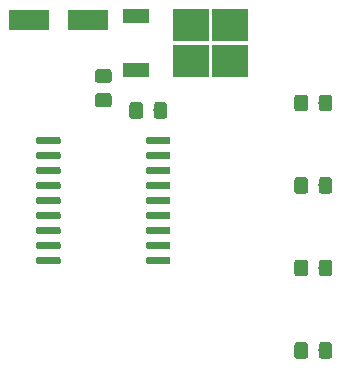
<source format=gbr>
G04 #@! TF.GenerationSoftware,KiCad,Pcbnew,(5.1.0-1195-gcea9cd417)*
G04 #@! TF.CreationDate,2019-08-04T23:05:19-07:00*
G04 #@! TF.ProjectId,URanger,5552616e-6765-4722-9e6b-696361645f70,n/c*
G04 #@! TF.SameCoordinates,Original*
G04 #@! TF.FileFunction,Paste,Top*
G04 #@! TF.FilePolarity,Positive*
%FSLAX46Y46*%
G04 Gerber Fmt 4.6, Leading zero omitted, Abs format (unit mm)*
G04 Created by KiCad (PCBNEW (5.1.0-1195-gcea9cd417)) date 2019-08-04 23:05:19*
%MOMM*%
%LPD*%
G04 APERTURE LIST*
%ADD10R,3.050000X2.750000*%
%ADD11R,2.200000X1.200000*%
%ADD12C,0.100000*%
%ADD13C,0.600000*%
%ADD14R,3.500000X1.800000*%
%ADD15C,1.150000*%
G04 APERTURE END LIST*
D10*
X112820000Y-63120000D03*
X116170000Y-60070000D03*
X112820000Y-60070000D03*
X116170000Y-63120000D03*
D11*
X108195000Y-63875000D03*
X108195000Y-59315000D03*
D12*
G36*
X110992403Y-69561418D02*
G01*
X111041066Y-69593934D01*
X111073582Y-69642597D01*
X111085000Y-69700000D01*
X111085000Y-70000000D01*
X111073582Y-70057403D01*
X111041066Y-70106066D01*
X110992403Y-70138582D01*
X110935000Y-70150000D01*
X109185000Y-70150000D01*
X109127597Y-70138582D01*
X109078934Y-70106066D01*
X109046418Y-70057403D01*
X109035000Y-70000000D01*
X109035000Y-69700000D01*
X109046418Y-69642597D01*
X109078934Y-69593934D01*
X109127597Y-69561418D01*
X109185000Y-69550000D01*
X110935000Y-69550000D01*
X110992403Y-69561418D01*
X110992403Y-69561418D01*
G37*
D13*
X110060000Y-69850000D03*
D12*
G36*
X110992403Y-70831418D02*
G01*
X111041066Y-70863934D01*
X111073582Y-70912597D01*
X111085000Y-70970000D01*
X111085000Y-71270000D01*
X111073582Y-71327403D01*
X111041066Y-71376066D01*
X110992403Y-71408582D01*
X110935000Y-71420000D01*
X109185000Y-71420000D01*
X109127597Y-71408582D01*
X109078934Y-71376066D01*
X109046418Y-71327403D01*
X109035000Y-71270000D01*
X109035000Y-70970000D01*
X109046418Y-70912597D01*
X109078934Y-70863934D01*
X109127597Y-70831418D01*
X109185000Y-70820000D01*
X110935000Y-70820000D01*
X110992403Y-70831418D01*
X110992403Y-70831418D01*
G37*
D13*
X110060000Y-71120000D03*
D12*
G36*
X110992403Y-72101418D02*
G01*
X111041066Y-72133934D01*
X111073582Y-72182597D01*
X111085000Y-72240000D01*
X111085000Y-72540000D01*
X111073582Y-72597403D01*
X111041066Y-72646066D01*
X110992403Y-72678582D01*
X110935000Y-72690000D01*
X109185000Y-72690000D01*
X109127597Y-72678582D01*
X109078934Y-72646066D01*
X109046418Y-72597403D01*
X109035000Y-72540000D01*
X109035000Y-72240000D01*
X109046418Y-72182597D01*
X109078934Y-72133934D01*
X109127597Y-72101418D01*
X109185000Y-72090000D01*
X110935000Y-72090000D01*
X110992403Y-72101418D01*
X110992403Y-72101418D01*
G37*
D13*
X110060000Y-72390000D03*
D12*
G36*
X110992403Y-73371418D02*
G01*
X111041066Y-73403934D01*
X111073582Y-73452597D01*
X111085000Y-73510000D01*
X111085000Y-73810000D01*
X111073582Y-73867403D01*
X111041066Y-73916066D01*
X110992403Y-73948582D01*
X110935000Y-73960000D01*
X109185000Y-73960000D01*
X109127597Y-73948582D01*
X109078934Y-73916066D01*
X109046418Y-73867403D01*
X109035000Y-73810000D01*
X109035000Y-73510000D01*
X109046418Y-73452597D01*
X109078934Y-73403934D01*
X109127597Y-73371418D01*
X109185000Y-73360000D01*
X110935000Y-73360000D01*
X110992403Y-73371418D01*
X110992403Y-73371418D01*
G37*
D13*
X110060000Y-73660000D03*
D12*
G36*
X110992403Y-74641418D02*
G01*
X111041066Y-74673934D01*
X111073582Y-74722597D01*
X111085000Y-74780000D01*
X111085000Y-75080000D01*
X111073582Y-75137403D01*
X111041066Y-75186066D01*
X110992403Y-75218582D01*
X110935000Y-75230000D01*
X109185000Y-75230000D01*
X109127597Y-75218582D01*
X109078934Y-75186066D01*
X109046418Y-75137403D01*
X109035000Y-75080000D01*
X109035000Y-74780000D01*
X109046418Y-74722597D01*
X109078934Y-74673934D01*
X109127597Y-74641418D01*
X109185000Y-74630000D01*
X110935000Y-74630000D01*
X110992403Y-74641418D01*
X110992403Y-74641418D01*
G37*
D13*
X110060000Y-74930000D03*
D12*
G36*
X110992403Y-75911418D02*
G01*
X111041066Y-75943934D01*
X111073582Y-75992597D01*
X111085000Y-76050000D01*
X111085000Y-76350000D01*
X111073582Y-76407403D01*
X111041066Y-76456066D01*
X110992403Y-76488582D01*
X110935000Y-76500000D01*
X109185000Y-76500000D01*
X109127597Y-76488582D01*
X109078934Y-76456066D01*
X109046418Y-76407403D01*
X109035000Y-76350000D01*
X109035000Y-76050000D01*
X109046418Y-75992597D01*
X109078934Y-75943934D01*
X109127597Y-75911418D01*
X109185000Y-75900000D01*
X110935000Y-75900000D01*
X110992403Y-75911418D01*
X110992403Y-75911418D01*
G37*
D13*
X110060000Y-76200000D03*
D12*
G36*
X110992403Y-77181418D02*
G01*
X111041066Y-77213934D01*
X111073582Y-77262597D01*
X111085000Y-77320000D01*
X111085000Y-77620000D01*
X111073582Y-77677403D01*
X111041066Y-77726066D01*
X110992403Y-77758582D01*
X110935000Y-77770000D01*
X109185000Y-77770000D01*
X109127597Y-77758582D01*
X109078934Y-77726066D01*
X109046418Y-77677403D01*
X109035000Y-77620000D01*
X109035000Y-77320000D01*
X109046418Y-77262597D01*
X109078934Y-77213934D01*
X109127597Y-77181418D01*
X109185000Y-77170000D01*
X110935000Y-77170000D01*
X110992403Y-77181418D01*
X110992403Y-77181418D01*
G37*
D13*
X110060000Y-77470000D03*
D12*
G36*
X110992403Y-78451418D02*
G01*
X111041066Y-78483934D01*
X111073582Y-78532597D01*
X111085000Y-78590000D01*
X111085000Y-78890000D01*
X111073582Y-78947403D01*
X111041066Y-78996066D01*
X110992403Y-79028582D01*
X110935000Y-79040000D01*
X109185000Y-79040000D01*
X109127597Y-79028582D01*
X109078934Y-78996066D01*
X109046418Y-78947403D01*
X109035000Y-78890000D01*
X109035000Y-78590000D01*
X109046418Y-78532597D01*
X109078934Y-78483934D01*
X109127597Y-78451418D01*
X109185000Y-78440000D01*
X110935000Y-78440000D01*
X110992403Y-78451418D01*
X110992403Y-78451418D01*
G37*
D13*
X110060000Y-78740000D03*
D12*
G36*
X110992403Y-79721418D02*
G01*
X111041066Y-79753934D01*
X111073582Y-79802597D01*
X111085000Y-79860000D01*
X111085000Y-80160000D01*
X111073582Y-80217403D01*
X111041066Y-80266066D01*
X110992403Y-80298582D01*
X110935000Y-80310000D01*
X109185000Y-80310000D01*
X109127597Y-80298582D01*
X109078934Y-80266066D01*
X109046418Y-80217403D01*
X109035000Y-80160000D01*
X109035000Y-79860000D01*
X109046418Y-79802597D01*
X109078934Y-79753934D01*
X109127597Y-79721418D01*
X109185000Y-79710000D01*
X110935000Y-79710000D01*
X110992403Y-79721418D01*
X110992403Y-79721418D01*
G37*
D13*
X110060000Y-80010000D03*
D12*
G36*
X101692403Y-79721418D02*
G01*
X101741066Y-79753934D01*
X101773582Y-79802597D01*
X101785000Y-79860000D01*
X101785000Y-80160000D01*
X101773582Y-80217403D01*
X101741066Y-80266066D01*
X101692403Y-80298582D01*
X101635000Y-80310000D01*
X99885000Y-80310000D01*
X99827597Y-80298582D01*
X99778934Y-80266066D01*
X99746418Y-80217403D01*
X99735000Y-80160000D01*
X99735000Y-79860000D01*
X99746418Y-79802597D01*
X99778934Y-79753934D01*
X99827597Y-79721418D01*
X99885000Y-79710000D01*
X101635000Y-79710000D01*
X101692403Y-79721418D01*
X101692403Y-79721418D01*
G37*
D13*
X100760000Y-80010000D03*
D12*
G36*
X101692403Y-78451418D02*
G01*
X101741066Y-78483934D01*
X101773582Y-78532597D01*
X101785000Y-78590000D01*
X101785000Y-78890000D01*
X101773582Y-78947403D01*
X101741066Y-78996066D01*
X101692403Y-79028582D01*
X101635000Y-79040000D01*
X99885000Y-79040000D01*
X99827597Y-79028582D01*
X99778934Y-78996066D01*
X99746418Y-78947403D01*
X99735000Y-78890000D01*
X99735000Y-78590000D01*
X99746418Y-78532597D01*
X99778934Y-78483934D01*
X99827597Y-78451418D01*
X99885000Y-78440000D01*
X101635000Y-78440000D01*
X101692403Y-78451418D01*
X101692403Y-78451418D01*
G37*
D13*
X100760000Y-78740000D03*
D12*
G36*
X101692403Y-77181418D02*
G01*
X101741066Y-77213934D01*
X101773582Y-77262597D01*
X101785000Y-77320000D01*
X101785000Y-77620000D01*
X101773582Y-77677403D01*
X101741066Y-77726066D01*
X101692403Y-77758582D01*
X101635000Y-77770000D01*
X99885000Y-77770000D01*
X99827597Y-77758582D01*
X99778934Y-77726066D01*
X99746418Y-77677403D01*
X99735000Y-77620000D01*
X99735000Y-77320000D01*
X99746418Y-77262597D01*
X99778934Y-77213934D01*
X99827597Y-77181418D01*
X99885000Y-77170000D01*
X101635000Y-77170000D01*
X101692403Y-77181418D01*
X101692403Y-77181418D01*
G37*
D13*
X100760000Y-77470000D03*
D12*
G36*
X101692403Y-75911418D02*
G01*
X101741066Y-75943934D01*
X101773582Y-75992597D01*
X101785000Y-76050000D01*
X101785000Y-76350000D01*
X101773582Y-76407403D01*
X101741066Y-76456066D01*
X101692403Y-76488582D01*
X101635000Y-76500000D01*
X99885000Y-76500000D01*
X99827597Y-76488582D01*
X99778934Y-76456066D01*
X99746418Y-76407403D01*
X99735000Y-76350000D01*
X99735000Y-76050000D01*
X99746418Y-75992597D01*
X99778934Y-75943934D01*
X99827597Y-75911418D01*
X99885000Y-75900000D01*
X101635000Y-75900000D01*
X101692403Y-75911418D01*
X101692403Y-75911418D01*
G37*
D13*
X100760000Y-76200000D03*
D12*
G36*
X101692403Y-74641418D02*
G01*
X101741066Y-74673934D01*
X101773582Y-74722597D01*
X101785000Y-74780000D01*
X101785000Y-75080000D01*
X101773582Y-75137403D01*
X101741066Y-75186066D01*
X101692403Y-75218582D01*
X101635000Y-75230000D01*
X99885000Y-75230000D01*
X99827597Y-75218582D01*
X99778934Y-75186066D01*
X99746418Y-75137403D01*
X99735000Y-75080000D01*
X99735000Y-74780000D01*
X99746418Y-74722597D01*
X99778934Y-74673934D01*
X99827597Y-74641418D01*
X99885000Y-74630000D01*
X101635000Y-74630000D01*
X101692403Y-74641418D01*
X101692403Y-74641418D01*
G37*
D13*
X100760000Y-74930000D03*
D12*
G36*
X101692403Y-73371418D02*
G01*
X101741066Y-73403934D01*
X101773582Y-73452597D01*
X101785000Y-73510000D01*
X101785000Y-73810000D01*
X101773582Y-73867403D01*
X101741066Y-73916066D01*
X101692403Y-73948582D01*
X101635000Y-73960000D01*
X99885000Y-73960000D01*
X99827597Y-73948582D01*
X99778934Y-73916066D01*
X99746418Y-73867403D01*
X99735000Y-73810000D01*
X99735000Y-73510000D01*
X99746418Y-73452597D01*
X99778934Y-73403934D01*
X99827597Y-73371418D01*
X99885000Y-73360000D01*
X101635000Y-73360000D01*
X101692403Y-73371418D01*
X101692403Y-73371418D01*
G37*
D13*
X100760000Y-73660000D03*
D12*
G36*
X101692403Y-72101418D02*
G01*
X101741066Y-72133934D01*
X101773582Y-72182597D01*
X101785000Y-72240000D01*
X101785000Y-72540000D01*
X101773582Y-72597403D01*
X101741066Y-72646066D01*
X101692403Y-72678582D01*
X101635000Y-72690000D01*
X99885000Y-72690000D01*
X99827597Y-72678582D01*
X99778934Y-72646066D01*
X99746418Y-72597403D01*
X99735000Y-72540000D01*
X99735000Y-72240000D01*
X99746418Y-72182597D01*
X99778934Y-72133934D01*
X99827597Y-72101418D01*
X99885000Y-72090000D01*
X101635000Y-72090000D01*
X101692403Y-72101418D01*
X101692403Y-72101418D01*
G37*
D13*
X100760000Y-72390000D03*
D12*
G36*
X101692403Y-70831418D02*
G01*
X101741066Y-70863934D01*
X101773582Y-70912597D01*
X101785000Y-70970000D01*
X101785000Y-71270000D01*
X101773582Y-71327403D01*
X101741066Y-71376066D01*
X101692403Y-71408582D01*
X101635000Y-71420000D01*
X99885000Y-71420000D01*
X99827597Y-71408582D01*
X99778934Y-71376066D01*
X99746418Y-71327403D01*
X99735000Y-71270000D01*
X99735000Y-70970000D01*
X99746418Y-70912597D01*
X99778934Y-70863934D01*
X99827597Y-70831418D01*
X99885000Y-70820000D01*
X101635000Y-70820000D01*
X101692403Y-70831418D01*
X101692403Y-70831418D01*
G37*
D13*
X100760000Y-71120000D03*
D12*
G36*
X101692403Y-69561418D02*
G01*
X101741066Y-69593934D01*
X101773582Y-69642597D01*
X101785000Y-69700000D01*
X101785000Y-70000000D01*
X101773582Y-70057403D01*
X101741066Y-70106066D01*
X101692403Y-70138582D01*
X101635000Y-70150000D01*
X99885000Y-70150000D01*
X99827597Y-70138582D01*
X99778934Y-70106066D01*
X99746418Y-70057403D01*
X99735000Y-70000000D01*
X99735000Y-69700000D01*
X99746418Y-69642597D01*
X99778934Y-69593934D01*
X99827597Y-69561418D01*
X99885000Y-69550000D01*
X101635000Y-69550000D01*
X101692403Y-69561418D01*
X101692403Y-69561418D01*
G37*
D13*
X100760000Y-69850000D03*
D14*
X99100000Y-59690000D03*
X104100000Y-59690000D03*
D12*
G36*
X122585671Y-86949030D02*
G01*
X122666777Y-87003223D01*
X122720970Y-87084329D01*
X122740000Y-87179999D01*
X122740000Y-88080001D01*
X122720970Y-88175671D01*
X122666777Y-88256777D01*
X122585671Y-88310970D01*
X122490001Y-88330000D01*
X121839999Y-88330000D01*
X121744329Y-88310970D01*
X121663223Y-88256777D01*
X121609030Y-88175671D01*
X121590000Y-88080001D01*
X121590000Y-87179999D01*
X121609030Y-87084329D01*
X121663223Y-87003223D01*
X121744329Y-86949030D01*
X121839999Y-86930000D01*
X122490001Y-86930000D01*
X122585671Y-86949030D01*
X122585671Y-86949030D01*
G37*
D15*
X122165000Y-87630000D03*
D12*
G36*
X124635671Y-86949030D02*
G01*
X124716777Y-87003223D01*
X124770970Y-87084329D01*
X124790000Y-87179999D01*
X124790000Y-88080001D01*
X124770970Y-88175671D01*
X124716777Y-88256777D01*
X124635671Y-88310970D01*
X124540001Y-88330000D01*
X123889999Y-88330000D01*
X123794329Y-88310970D01*
X123713223Y-88256777D01*
X123659030Y-88175671D01*
X123640000Y-88080001D01*
X123640000Y-87179999D01*
X123659030Y-87084329D01*
X123713223Y-87003223D01*
X123794329Y-86949030D01*
X123889999Y-86930000D01*
X124540001Y-86930000D01*
X124635671Y-86949030D01*
X124635671Y-86949030D01*
G37*
D15*
X124215000Y-87630000D03*
D12*
G36*
X122585671Y-79964030D02*
G01*
X122666777Y-80018223D01*
X122720970Y-80099329D01*
X122740000Y-80194999D01*
X122740000Y-81095001D01*
X122720970Y-81190671D01*
X122666777Y-81271777D01*
X122585671Y-81325970D01*
X122490001Y-81345000D01*
X121839999Y-81345000D01*
X121744329Y-81325970D01*
X121663223Y-81271777D01*
X121609030Y-81190671D01*
X121590000Y-81095001D01*
X121590000Y-80194999D01*
X121609030Y-80099329D01*
X121663223Y-80018223D01*
X121744329Y-79964030D01*
X121839999Y-79945000D01*
X122490001Y-79945000D01*
X122585671Y-79964030D01*
X122585671Y-79964030D01*
G37*
D15*
X122165000Y-80645000D03*
D12*
G36*
X124635671Y-79964030D02*
G01*
X124716777Y-80018223D01*
X124770970Y-80099329D01*
X124790000Y-80194999D01*
X124790000Y-81095001D01*
X124770970Y-81190671D01*
X124716777Y-81271777D01*
X124635671Y-81325970D01*
X124540001Y-81345000D01*
X123889999Y-81345000D01*
X123794329Y-81325970D01*
X123713223Y-81271777D01*
X123659030Y-81190671D01*
X123640000Y-81095001D01*
X123640000Y-80194999D01*
X123659030Y-80099329D01*
X123713223Y-80018223D01*
X123794329Y-79964030D01*
X123889999Y-79945000D01*
X124540001Y-79945000D01*
X124635671Y-79964030D01*
X124635671Y-79964030D01*
G37*
D15*
X124215000Y-80645000D03*
D12*
G36*
X122585671Y-72979030D02*
G01*
X122666777Y-73033223D01*
X122720970Y-73114329D01*
X122740000Y-73209999D01*
X122740000Y-74110001D01*
X122720970Y-74205671D01*
X122666777Y-74286777D01*
X122585671Y-74340970D01*
X122490001Y-74360000D01*
X121839999Y-74360000D01*
X121744329Y-74340970D01*
X121663223Y-74286777D01*
X121609030Y-74205671D01*
X121590000Y-74110001D01*
X121590000Y-73209999D01*
X121609030Y-73114329D01*
X121663223Y-73033223D01*
X121744329Y-72979030D01*
X121839999Y-72960000D01*
X122490001Y-72960000D01*
X122585671Y-72979030D01*
X122585671Y-72979030D01*
G37*
D15*
X122165000Y-73660000D03*
D12*
G36*
X124635671Y-72979030D02*
G01*
X124716777Y-73033223D01*
X124770970Y-73114329D01*
X124790000Y-73209999D01*
X124790000Y-74110001D01*
X124770970Y-74205671D01*
X124716777Y-74286777D01*
X124635671Y-74340970D01*
X124540001Y-74360000D01*
X123889999Y-74360000D01*
X123794329Y-74340970D01*
X123713223Y-74286777D01*
X123659030Y-74205671D01*
X123640000Y-74110001D01*
X123640000Y-73209999D01*
X123659030Y-73114329D01*
X123713223Y-73033223D01*
X123794329Y-72979030D01*
X123889999Y-72960000D01*
X124540001Y-72960000D01*
X124635671Y-72979030D01*
X124635671Y-72979030D01*
G37*
D15*
X124215000Y-73660000D03*
D12*
G36*
X122585671Y-65994030D02*
G01*
X122666777Y-66048223D01*
X122720970Y-66129329D01*
X122740000Y-66224999D01*
X122740000Y-67125001D01*
X122720970Y-67220671D01*
X122666777Y-67301777D01*
X122585671Y-67355970D01*
X122490001Y-67375000D01*
X121839999Y-67375000D01*
X121744329Y-67355970D01*
X121663223Y-67301777D01*
X121609030Y-67220671D01*
X121590000Y-67125001D01*
X121590000Y-66224999D01*
X121609030Y-66129329D01*
X121663223Y-66048223D01*
X121744329Y-65994030D01*
X121839999Y-65975000D01*
X122490001Y-65975000D01*
X122585671Y-65994030D01*
X122585671Y-65994030D01*
G37*
D15*
X122165000Y-66675000D03*
D12*
G36*
X124635671Y-65994030D02*
G01*
X124716777Y-66048223D01*
X124770970Y-66129329D01*
X124790000Y-66224999D01*
X124790000Y-67125001D01*
X124770970Y-67220671D01*
X124716777Y-67301777D01*
X124635671Y-67355970D01*
X124540001Y-67375000D01*
X123889999Y-67375000D01*
X123794329Y-67355970D01*
X123713223Y-67301777D01*
X123659030Y-67220671D01*
X123640000Y-67125001D01*
X123640000Y-66224999D01*
X123659030Y-66129329D01*
X123713223Y-66048223D01*
X123794329Y-65994030D01*
X123889999Y-65975000D01*
X124540001Y-65975000D01*
X124635671Y-65994030D01*
X124635671Y-65994030D01*
G37*
D15*
X124215000Y-66675000D03*
D12*
G36*
X110665671Y-66629030D02*
G01*
X110746777Y-66683223D01*
X110800970Y-66764329D01*
X110820000Y-66859999D01*
X110820000Y-67760001D01*
X110800970Y-67855671D01*
X110746777Y-67936777D01*
X110665671Y-67990970D01*
X110570001Y-68010000D01*
X109919999Y-68010000D01*
X109824329Y-67990970D01*
X109743223Y-67936777D01*
X109689030Y-67855671D01*
X109670000Y-67760001D01*
X109670000Y-66859999D01*
X109689030Y-66764329D01*
X109743223Y-66683223D01*
X109824329Y-66629030D01*
X109919999Y-66610000D01*
X110570001Y-66610000D01*
X110665671Y-66629030D01*
X110665671Y-66629030D01*
G37*
D15*
X110245000Y-67310000D03*
D12*
G36*
X108615671Y-66629030D02*
G01*
X108696777Y-66683223D01*
X108750970Y-66764329D01*
X108770000Y-66859999D01*
X108770000Y-67760001D01*
X108750970Y-67855671D01*
X108696777Y-67936777D01*
X108615671Y-67990970D01*
X108520001Y-68010000D01*
X107869999Y-68010000D01*
X107774329Y-67990970D01*
X107693223Y-67936777D01*
X107639030Y-67855671D01*
X107620000Y-67760001D01*
X107620000Y-66859999D01*
X107639030Y-66764329D01*
X107693223Y-66683223D01*
X107774329Y-66629030D01*
X107869999Y-66610000D01*
X108520001Y-66610000D01*
X108615671Y-66629030D01*
X108615671Y-66629030D01*
G37*
D15*
X108195000Y-67310000D03*
D12*
G36*
X105955671Y-65874030D02*
G01*
X106036777Y-65928223D01*
X106090970Y-66009329D01*
X106110000Y-66104999D01*
X106110000Y-66755001D01*
X106090970Y-66850671D01*
X106036777Y-66931777D01*
X105955671Y-66985970D01*
X105860001Y-67005000D01*
X104959999Y-67005000D01*
X104864329Y-66985970D01*
X104783223Y-66931777D01*
X104729030Y-66850671D01*
X104710000Y-66755001D01*
X104710000Y-66104999D01*
X104729030Y-66009329D01*
X104783223Y-65928223D01*
X104864329Y-65874030D01*
X104959999Y-65855000D01*
X105860001Y-65855000D01*
X105955671Y-65874030D01*
X105955671Y-65874030D01*
G37*
D15*
X105410000Y-66430000D03*
D12*
G36*
X105955671Y-63824030D02*
G01*
X106036777Y-63878223D01*
X106090970Y-63959329D01*
X106110000Y-64054999D01*
X106110000Y-64705001D01*
X106090970Y-64800671D01*
X106036777Y-64881777D01*
X105955671Y-64935970D01*
X105860001Y-64955000D01*
X104959999Y-64955000D01*
X104864329Y-64935970D01*
X104783223Y-64881777D01*
X104729030Y-64800671D01*
X104710000Y-64705001D01*
X104710000Y-64054999D01*
X104729030Y-63959329D01*
X104783223Y-63878223D01*
X104864329Y-63824030D01*
X104959999Y-63805000D01*
X105860001Y-63805000D01*
X105955671Y-63824030D01*
X105955671Y-63824030D01*
G37*
D15*
X105410000Y-64380000D03*
M02*

</source>
